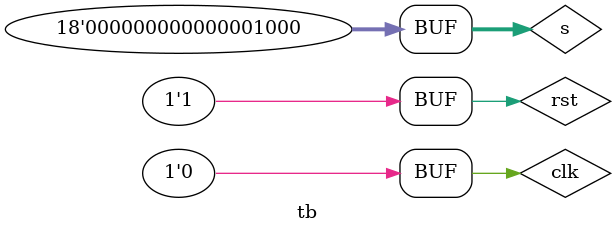
<source format=v>
`timescale 1ns/1ns
module tb();
  reg clk = 0, rst = 1;
  wire [17:0]s;
  assign s = {14'b0, rst, 3'b0};
  
    MIPS mips(.CLOCK_50(clk), .SW(s));
	
    initial repeat(1000)#10 clk=~clk;
	initial repeat(1)#25 rst=~rst;
endmodule

</source>
